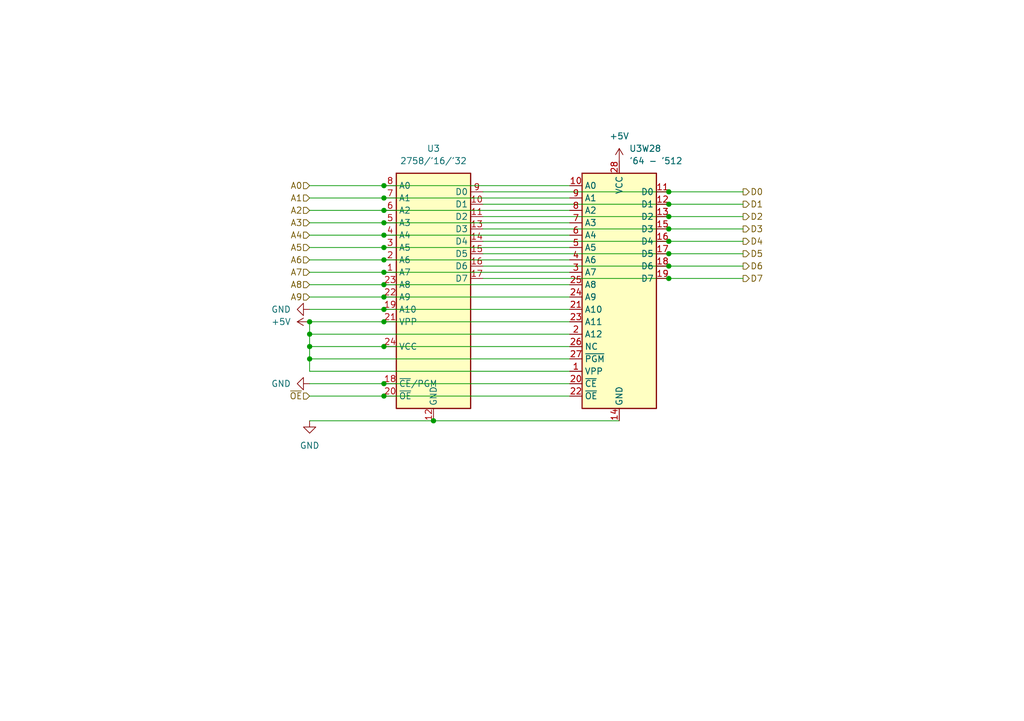
<source format=kicad_sch>
(kicad_sch (version 20211123) (generator eeschema)
  (paper "A5")
  (lib_symbols
    (symbol "Memory_EPROM:2764"
      (property "Reference" "U3W28" (at 2.0194 27.94 0))
      (property "Value" "2764" (at 2.0194 25.4 0))
      (symbol "2764_1_1"
        (rectangle (start -7.62 22.86) (end 7.62 -25.4) (stroke (width 0.254)) (fill (type background)))
        (pin input line (at -10.16 -17.78 0) (length 2.54) (name "VPP") (number "1"))
        (pin input line (at -10.16 20.32 0) (length 2.54) (name "A0") (number "10"))
        (pin tri_state line (at 10.16 19.05 180) (length 2.54) (name "D0") (number "11"))
        (pin tri_state line (at 10.16 16.51 180) (length 2.54) (name "D1") (number "12"))
        (pin tri_state line (at 10.16 13.97 180) (length 2.54) (name "D2") (number "13"))
        (pin power_in line (at 0 -27.94 90) (length 2.54) (name "GND") (number "14"))
        (pin tri_state line (at 10.16 11.43 180) (length 2.54) (name "D3") (number "15"))
        (pin tri_state line (at 10.16 8.89 180) (length 2.54) (name "D4") (number "16"))
        (pin tri_state line (at 10.16 6.35 180) (length 2.54) (name "D5") (number "17"))
        (pin tri_state line (at 10.16 3.81 180) (length 2.54) (name "D6") (number "18"))
        (pin tri_state line (at 10.16 1.27 180) (length 2.54) (name "D7") (number "19"))
        (pin input line (at -10.16 -10.16 0) (length 2.54) (name "A12") (number "2"))
        (pin input line (at -10.16 -20.32 0) (length 2.54) (name "~{CE}") (number "20"))
        (pin input line (at -10.16 -5.08 0) (length 2.54) (name "A10") (number "21"))
        (pin input line (at -10.16 -22.86 0) (length 2.54) (name "~{OE}") (number "22"))
        (pin input line (at -10.16 -7.62 0) (length 2.54) (name "A11") (number "23"))
        (pin input line (at -10.16 -2.54 0) (length 2.54) (name "A9") (number "24"))
        (pin input line (at -10.16 0 0) (length 2.54) (name "A8") (number "25"))
        (pin passive line (at -10.16 -12.7 0) (length 2.54) (name "NC") (number "26"))
        (pin input line (at -10.16 -15.24 0) (length 2.54) (name "~{PGM}") (number "27"))
        (pin power_in line (at 0 25.4 270) (length 2.54) (name "VCC") (number "28"))
        (pin input line (at -10.16 2.54 0) (length 2.54) (name "A7") (number "3"))
        (pin input line (at -10.16 5.08 0) (length 2.54) (name "A6") (number "4"))
        (pin input line (at -10.16 7.62 0) (length 2.54) (name "A5") (number "5"))
        (pin input line (at -10.16 10.16 0) (length 2.54) (name "A4") (number "6"))
        (pin input line (at -10.16 12.7 0) (length 2.54) (name "A3") (number "7"))
        (pin input line (at -10.16 15.24 0) (length 2.54) (name "A2") (number "8"))
        (pin input line (at -10.16 17.78 0) (length 2.54) (name "A1") (number "9"))
      )
    )
    (symbol "MyEprom:2716"
      (property "Reference" "U3" (at 0 33.02 0))
      (property "Value" "2758/'16/'32" (at 0 30.48 0))
      (symbol "2716_1_1"
        (rectangle (start -7.62 25.4) (end 7.62 -22.86) (stroke (width 0.254)) (fill (type background)))
        (pin input line (at -10.16 5.08 0) (length 2.54) (name "A7") (number "1"))
        (pin tri_state line (at 10.16 19.05 180) (length 2.54) (name "D1") (number "10"))
        (pin tri_state line (at 10.16 16.51 180) (length 2.54) (name "D2") (number "11"))
        (pin power_in line (at 0 -25.4 90) (length 2.54) (name "GND") (number "12"))
        (pin tri_state line (at 10.16 13.97 180) (length 2.54) (name "D3") (number "13"))
        (pin tri_state line (at 10.16 11.43 180) (length 2.54) (name "D4") (number "14"))
        (pin tri_state line (at 10.16 8.89 180) (length 2.54) (name "D5") (number "15"))
        (pin tri_state line (at 10.16 6.35 180) (length 2.54) (name "D6") (number "16"))
        (pin tri_state line (at 10.16 3.81 180) (length 2.54) (name "D7") (number "17"))
        (pin input line (at -10.16 -17.78 0) (length 2.54) (name "~{CE}/PGM") (number "18"))
        (pin input line (at -10.16 -2.54 0) (length 2.54) (name "A10") (number "19"))
        (pin input line (at -10.16 7.62 0) (length 2.54) (name "A6") (number "2"))
        (pin input line (at -10.16 -20.32 0) (length 2.54) (name "~{OE}") (number "20"))
        (pin input line (at -10.16 -5.08 0) (length 2.54) (name "VPP") (number "21"))
        (pin input line (at -10.16 0 0) (length 2.54) (name "A9") (number "22"))
        (pin input line (at -10.16 2.54 0) (length 2.54) (name "A8") (number "23"))
        (pin power_in line (at -10.16 -10.16 0) (length 2.54) (name "VCC") (number "24"))
        (pin input line (at -10.16 10.16 0) (length 2.54) (name "A5") (number "3"))
        (pin input line (at -10.16 12.7 0) (length 2.54) (name "A4") (number "4"))
        (pin input line (at -10.16 15.24 0) (length 2.54) (name "A3") (number "5"))
        (pin input line (at -10.16 17.78 0) (length 2.54) (name "A2") (number "6"))
        (pin input line (at -10.16 20.32 0) (length 2.54) (name "A1") (number "7"))
        (pin input line (at -10.16 22.86 0) (length 2.54) (name "A0") (number "8"))
        (pin tri_state line (at 10.16 21.59 180) (length 2.54) (name "D0") (number "9"))
      )
    )
    (symbol "power:+5V" (power) (pin_names (offset 0))
      (property "Value" "+5V" (at 0 3.556 0))
      (symbol "+5V_0_1"
        (polyline (pts (xy -0.762 1.27) (xy 0 2.54)))
        (polyline (pts (xy 0 0) (xy 0 2.54)))
        (polyline (pts (xy 0 2.54) (xy 0.762 1.27)))
      )
      (symbol "+5V_1_1"
        (pin power_in line (at 0 0 90) (length 0) hide (name "+5V") (number "1"))
      )
    )
    (symbol "power:GND" (power) (pin_names (offset 0))
      (property "Value" "GND" (at 0 -3.81 0))
      (symbol "GND_0_1"
        (polyline (pts (xy 0 0) (xy 0 -1.27) (xy 1.27 -1.27) (xy 0 -2.54) (xy -1.27 -1.27) (xy 0 -1.27)))
      )
      (symbol "GND_1_1"
        (pin power_in line (at 0 0 270) (length 0) hide (name "GND") (number "1"))
      )
    )
  )
  (junction (at 78.74 40.64))
  (junction (at 137.16 52.07))
  (junction (at 63.5 68.58))
  (junction (at 78.74 63.5))
  (junction (at 78.74 45.72))
  (junction (at 137.16 49.53))
  (junction (at 88.9 86.36))
  (junction (at 78.74 60.96))
  (junction (at 137.16 39.37))
  (junction (at 78.74 81.28))
  (junction (at 78.74 58.42))
  (junction (at 78.74 55.88))
  (junction (at 63.5 73.66))
  (junction (at 78.74 50.8))
  (junction (at 78.74 66.04))
  (junction (at 78.74 43.18))
  (junction (at 137.16 54.61))
  (junction (at 78.74 38.1))
  (junction (at 78.74 53.34))
  (junction (at 137.16 44.45))
  (junction (at 78.74 48.26))
  (junction (at 137.16 46.99))
  (junction (at 63.5 66.04))
  (junction (at 137.16 41.91))
  (junction (at 137.16 57.15))
  (junction (at 78.74 71.12))
  (junction (at 78.74 78.74))
  (junction (at 63.5 71.12))
  (wire (pts (xy 78.74 45.72) (xy 116.84 45.72)))
  (wire (pts (xy 63.5 76.2) (xy 63.5 73.66)))
  (wire (pts (xy 78.74 40.64) (xy 116.84 40.64)))
  (wire (pts (xy 63.5 48.26) (xy 78.74 48.26)))
  (wire (pts (xy 63.5 71.12) (xy 63.5 68.58)))
  (wire (pts (xy 78.74 53.34) (xy 116.84 53.34)))
  (wire (pts (xy 152.4 57.15) (xy 137.16 57.15)))
  (wire (pts (xy 78.74 43.18) (xy 116.84 43.18)))
  (wire (pts (xy 63.5 43.18) (xy 78.74 43.18)))
  (wire (pts (xy 99.06 57.15) (xy 137.16 57.15)))
  (wire (pts (xy 63.5 38.1) (xy 78.74 38.1)))
  (wire (pts (xy 78.74 55.88) (xy 116.84 55.88)))
  (wire (pts (xy 99.06 41.91) (xy 137.16 41.91)))
  (wire (pts (xy 152.4 44.45) (xy 137.16 44.45)))
  (wire (pts (xy 63.5 40.64) (xy 78.74 40.64)))
  (wire (pts (xy 78.74 48.26) (xy 116.84 48.26)))
  (wire (pts (xy 63.5 53.34) (xy 78.74 53.34)))
  (wire (pts (xy 152.4 46.99) (xy 137.16 46.99)))
  (wire (pts (xy 78.74 63.5) (xy 116.84 63.5)))
  (wire (pts (xy 63.5 50.8) (xy 78.74 50.8)))
  (wire (pts (xy 63.5 68.58) (xy 116.84 68.58)))
  (wire (pts (xy 78.74 50.8) (xy 116.84 50.8)))
  (wire (pts (xy 99.06 39.37) (xy 137.16 39.37)))
  (wire (pts (xy 152.4 39.37) (xy 137.16 39.37)))
  (wire (pts (xy 78.74 58.42) (xy 116.84 58.42)))
  (wire (pts (xy 63.5 55.88) (xy 78.74 55.88)))
  (wire (pts (xy 152.4 54.61) (xy 137.16 54.61)))
  (wire (pts (xy 78.74 71.12) (xy 116.84 71.12)))
  (wire (pts (xy 152.4 52.07) (xy 137.16 52.07)))
  (wire (pts (xy 99.06 44.45) (xy 137.16 44.45)))
  (wire (pts (xy 78.74 78.74) (xy 116.84 78.74)))
  (wire (pts (xy 116.84 73.66) (xy 63.5 73.66)))
  (wire (pts (xy 88.9 86.36) (xy 127 86.36)))
  (wire (pts (xy 78.74 38.1) (xy 116.84 38.1)))
  (wire (pts (xy 63.5 60.96) (xy 78.74 60.96)))
  (wire (pts (xy 63.5 63.5) (xy 78.74 63.5)))
  (wire (pts (xy 99.06 52.07) (xy 137.16 52.07)))
  (wire (pts (xy 63.5 78.74) (xy 78.74 78.74)))
  (wire (pts (xy 78.74 81.28) (xy 116.84 81.28)))
  (wire (pts (xy 99.06 49.53) (xy 137.16 49.53)))
  (wire (pts (xy 116.84 76.2) (xy 63.5 76.2)))
  (wire (pts (xy 63.5 81.28) (xy 78.74 81.28)))
  (wire (pts (xy 63.5 71.12) (xy 78.74 71.12)))
  (wire (pts (xy 63.5 45.72) (xy 78.74 45.72)))
  (wire (pts (xy 63.5 73.66) (xy 63.5 71.12)))
  (wire (pts (xy 152.4 49.53) (xy 137.16 49.53)))
  (wire (pts (xy 152.4 41.91) (xy 137.16 41.91)))
  (wire (pts (xy 63.5 58.42) (xy 78.74 58.42)))
  (wire (pts (xy 78.74 60.96) (xy 116.84 60.96)))
  (wire (pts (xy 99.06 54.61) (xy 137.16 54.61)))
  (wire (pts (xy 63.5 86.36) (xy 88.9 86.36)))
  (wire (pts (xy 63.5 66.04) (xy 78.74 66.04)))
  (wire (pts (xy 63.5 68.58) (xy 63.5 66.04)))
  (wire (pts (xy 99.06 46.99) (xy 137.16 46.99)))
  (wire (pts (xy 78.74 66.04) (xy 116.84 66.04)))
  (hierarchical_label "A6" (shape input) (at 63.5 53.34 180))
  (hierarchical_label "A3" (shape input) (at 63.5 45.72 180))
  (hierarchical_label "D3" (shape output) (at 152.4 46.99 0))
  (hierarchical_label "D5" (shape output) (at 152.4 52.07 0))
  (hierarchical_label "A1" (shape input) (at 63.5 40.64 180))
  (hierarchical_label "A0" (shape input) (at 63.5 38.1 180))
  (hierarchical_label "A7" (shape input) (at 63.5 55.88 180))
  (hierarchical_label "A9" (shape input) (at 63.5 60.96 180))
  (hierarchical_label "D4" (shape output) (at 152.4 49.53 0))
  (hierarchical_label "D6" (shape output) (at 152.4 54.61 0))
  (hierarchical_label "D2" (shape output) (at 152.4 44.45 0))
  (hierarchical_label "D1" (shape output) (at 152.4 41.91 0))
  (hierarchical_label "~{OE}" (shape input) (at 63.5 81.28 180))
  (hierarchical_label "A2" (shape input) (at 63.5 43.18 180))
  (hierarchical_label "A4" (shape input) (at 63.5 48.26 180))
  (hierarchical_label "D0" (shape output) (at 152.4 39.37 0))
  (hierarchical_label "D7" (shape output) (at 152.4 57.15 0))
  (hierarchical_label "A8" (shape input) (at 63.5 58.42 180))
  (hierarchical_label "A5" (shape input) (at 63.5 50.8 180))
  (symbol (lib_id "Memory_EPROM:2764") (at 127 58.42 0) (unit 1)
    (property "Reference" "U3W28" (at 129.0194 30.48 0) (effects (justify left)))
    (property "Value" "'64 - '512" (at 129.0194 33.02 0) (effects (justify left)))
    (property "Footprint" "Package_DIP:DIP-28_W15.24mm" (effects hide))
    (property "Datasheet" "https://downloads.reactivemicro.com/Electronics/ROM/2764%20EPROM.pdf" (effects hide))
  )
  (symbol (lib_id "power:GND") (at 63.5 86.36 0) (unit 1)
    (property "Reference" "#PWR0112" (effects hide))
    (property "Value" "GND" (at 63.5 91.44 0))
  )
  (symbol (lib_id "MyEprom:2716") (at 88.9 60.96 0) (unit 1)
    (property "Reference" "U3" (at 88.9 30.48 0))
    (property "Value" "2758/'16/'32" (at 88.9 33.02 0))
    (property "Footprint" "MyPackages:DIP-24_W15.24mm" (effects hide))
    (property "Datasheet" "https://www.jameco.com/Jameco/Products/ProdDS/40002Intel.pdf" (effects hide))
  )
  (symbol (lib_id "power:+5V") (at 63.5 66.04 90) (unit 1)
    (property "Reference" "#PWR0107" (effects hide))
    (property "Value" "+5V" (at 59.69 66.0399 90) (effects (justify left)))
  )
  (symbol (lib_id "power:GND") (at 63.5 63.5 270) (unit 1)
    (property "Reference" "#PWR0108" (effects hide))
    (property "Value" "GND" (at 59.69 63.4999 90) (effects (justify right)))
  )
  (symbol (lib_id "power:GND") (at 63.5 78.74 270) (unit 1)
    (property "Reference" "#PWR0110" (effects hide))
    (property "Value" "GND" (at 59.69 78.7399 90) (effects (justify right)))
  )
  (symbol (lib_id "power:+5V") (at 127 33.02 0) (unit 1)
    (property "Reference" "#PWR0114" (effects hide))
    (property "Value" "+5V" (at 127 27.94 0))
  )
)
</source>
